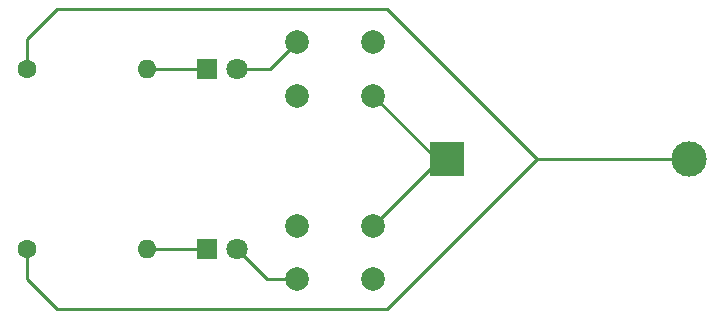
<source format=gbr>
%TF.GenerationSoftware,KiCad,Pcbnew,7.0.9*%
%TF.CreationDate,2024-01-08T23:19:19+02:00*%
%TF.ProjectId,Ex05-Chapter06,45783035-2d43-4686-9170-74657230362e,rev?*%
%TF.SameCoordinates,Original*%
%TF.FileFunction,Copper,L1,Top*%
%TF.FilePolarity,Positive*%
%FSLAX46Y46*%
G04 Gerber Fmt 4.6, Leading zero omitted, Abs format (unit mm)*
G04 Created by KiCad (PCBNEW 7.0.9) date 2024-01-08 23:19:19*
%MOMM*%
%LPD*%
G01*
G04 APERTURE LIST*
%TA.AperFunction,ComponentPad*%
%ADD10O,1.600000X1.600000*%
%TD*%
%TA.AperFunction,ComponentPad*%
%ADD11C,1.600000*%
%TD*%
%TA.AperFunction,ComponentPad*%
%ADD12C,2.000000*%
%TD*%
%TA.AperFunction,ComponentPad*%
%ADD13R,3.000000X3.000000*%
%TD*%
%TA.AperFunction,ComponentPad*%
%ADD14C,3.000000*%
%TD*%
%TA.AperFunction,ComponentPad*%
%ADD15R,1.800000X1.800000*%
%TD*%
%TA.AperFunction,ComponentPad*%
%ADD16C,1.800000*%
%TD*%
%TA.AperFunction,Conductor*%
%ADD17C,0.250000*%
%TD*%
G04 APERTURE END LIST*
D10*
%TO.P,REF\u002A\u002A,2*%
%TO.N,N/C*%
X104140000Y-86360000D03*
D11*
%TO.P,REF\u002A\u002A,1*%
X93980000Y-86360000D03*
%TD*%
D12*
%TO.P,REF\u002A\u002A,1*%
%TO.N,N/C*%
X116840000Y-99640000D03*
X123340000Y-99640000D03*
%TO.P,REF\u002A\u002A,2*%
X116840000Y-104140000D03*
X123340000Y-104140000D03*
%TD*%
%TO.P,REF\u002A\u002A,1*%
%TO.N,N/C*%
X116840000Y-84110000D03*
X123340000Y-84110000D03*
%TO.P,REF\u002A\u002A,2*%
X116840000Y-88610000D03*
X123340000Y-88610000D03*
%TD*%
D13*
%TO.P,REF\u002A\u002A,1*%
%TO.N,N/C*%
X129540000Y-93980000D03*
D14*
%TO.P,REF\u002A\u002A,2*%
X150030000Y-93980000D03*
%TD*%
D10*
%TO.P,REF\u002A\u002A,2*%
%TO.N,N/C*%
X104140000Y-101600000D03*
D11*
%TO.P,REF\u002A\u002A,1*%
X93980000Y-101600000D03*
%TD*%
D15*
%TO.P,REF\u002A\u002A,1*%
%TO.N,N/C*%
X109220000Y-86360000D03*
D16*
%TO.P,REF\u002A\u002A,2*%
X111760000Y-86360000D03*
%TD*%
%TO.P,REF\u002A\u002A,2*%
%TO.N,N/C*%
X111760000Y-101600000D03*
D15*
%TO.P,REF\u002A\u002A,1*%
X109220000Y-101600000D03*
%TD*%
D17*
%TO.N,*%
X93980000Y-83820000D02*
X93980000Y-86360000D01*
X96520000Y-106680000D02*
X93980000Y-104140000D01*
X93980000Y-104140000D02*
X93980000Y-101600000D01*
X124460000Y-106680000D02*
X96520000Y-106680000D01*
X137160000Y-93980000D02*
X124460000Y-106680000D01*
X96520000Y-81280000D02*
X93980000Y-83820000D01*
X124460000Y-81280000D02*
X96520000Y-81280000D01*
X150030000Y-93980000D02*
X137160000Y-93980000D01*
X137160000Y-93980000D02*
X124460000Y-81280000D01*
X129000000Y-93980000D02*
X129540000Y-93980000D01*
X123340000Y-99640000D02*
X129000000Y-93980000D01*
X114300000Y-104140000D02*
X116840000Y-104140000D01*
X111760000Y-101600000D02*
X114300000Y-104140000D01*
X104140000Y-101600000D02*
X109220000Y-101600000D01*
X109220000Y-86360000D02*
X104140000Y-86360000D01*
X114590000Y-86360000D02*
X111760000Y-86360000D01*
X116840000Y-84110000D02*
X114590000Y-86360000D01*
X128710000Y-93980000D02*
X123340000Y-88610000D01*
X129540000Y-93980000D02*
X128710000Y-93980000D01*
%TD*%
M02*

</source>
